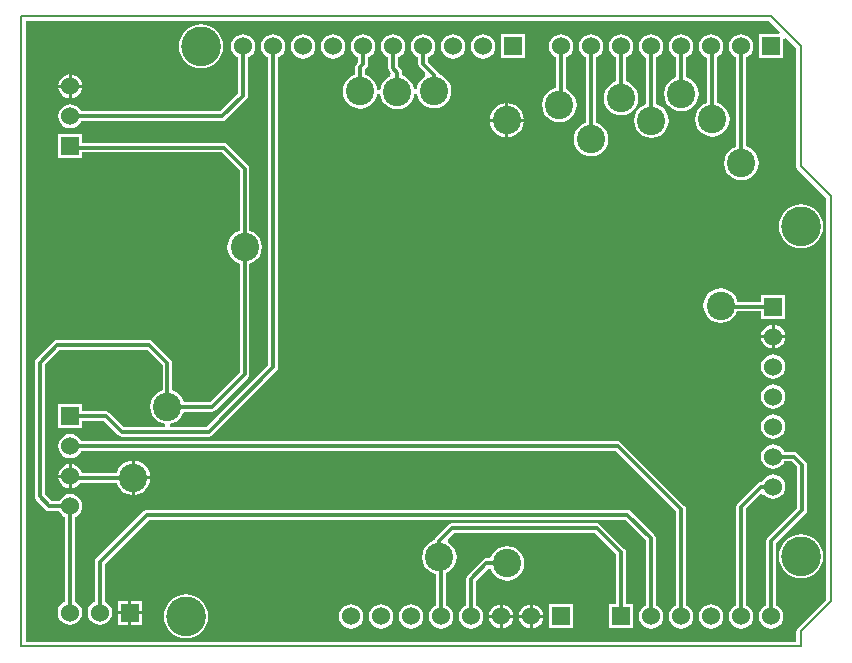
<source format=gbl>
G04 Layer_Physical_Order=2*
G04 Layer_Color=16711680*
%FSLAX24Y24*%
%MOIN*%
G70*
G01*
G75*
%ADD18C,0.0120*%
%ADD19C,0.0050*%
%ADD20C,0.0600*%
%ADD21R,0.0600X0.0600*%
%ADD22R,0.0600X0.0600*%
%ADD23C,0.1260*%
%ADD24C,0.0945*%
G36*
X25291Y20492D02*
X25253Y20400D01*
X24600D01*
Y19600D01*
X25400D01*
Y20253D01*
X25492Y20291D01*
X25847Y19937D01*
Y15990D01*
X25859Y15931D01*
X25892Y15882D01*
X26847Y14927D01*
Y1563D01*
X25892Y608D01*
X25859Y559D01*
X25847Y500D01*
Y153D01*
X153D01*
Y20847D01*
X24937D01*
X25291Y20492D01*
D02*
G37*
%LPC*%
G36*
X3580Y1530D02*
X3230D01*
Y1180D01*
X3580D01*
Y1530D01*
D02*
G37*
G36*
X4030D02*
X3680D01*
Y1180D01*
X4030D01*
Y1530D01*
D02*
G37*
G36*
X16200Y3347D02*
X16051Y3328D01*
X15911Y3270D01*
X15792Y3178D01*
X15700Y3059D01*
X15648Y2933D01*
X15510D01*
X15448Y2921D01*
X15395Y2885D01*
X14885Y2375D01*
X14849Y2322D01*
X14837Y2260D01*
Y1365D01*
X14798Y1349D01*
X14715Y1285D01*
X14651Y1202D01*
X14610Y1104D01*
X14597Y1000D01*
X14610Y896D01*
X14651Y798D01*
X14715Y715D01*
X14798Y651D01*
X14896Y610D01*
X15000Y597D01*
X15104Y610D01*
X15202Y651D01*
X15285Y715D01*
X15349Y798D01*
X15390Y896D01*
X15403Y1000D01*
X15390Y1104D01*
X15349Y1202D01*
X15285Y1285D01*
X15202Y1349D01*
X15163Y1365D01*
Y2192D01*
X15556Y2585D01*
X15663Y2571D01*
X15700Y2481D01*
X15792Y2362D01*
X15911Y2270D01*
X16051Y2212D01*
X16200Y2193D01*
X16349Y2212D01*
X16489Y2270D01*
X16608Y2362D01*
X16700Y2481D01*
X16758Y2621D01*
X16777Y2770D01*
X16758Y2919D01*
X16700Y3059D01*
X16608Y3178D01*
X16489Y3270D01*
X16349Y3328D01*
X16200Y3347D01*
D02*
G37*
G36*
X17050Y1397D02*
Y1050D01*
X17397D01*
X17390Y1104D01*
X17349Y1202D01*
X17285Y1285D01*
X17202Y1349D01*
X17104Y1390D01*
X17050Y1397D01*
D02*
G37*
G36*
X15950D02*
X15896Y1390D01*
X15798Y1349D01*
X15715Y1285D01*
X15651Y1202D01*
X15610Y1104D01*
X15603Y1050D01*
X15950D01*
Y1397D01*
D02*
G37*
G36*
X16950D02*
X16896Y1390D01*
X16798Y1349D01*
X16715Y1285D01*
X16651Y1202D01*
X16610Y1104D01*
X16603Y1050D01*
X16950D01*
Y1397D01*
D02*
G37*
G36*
X16050D02*
Y1050D01*
X16397D01*
X16390Y1104D01*
X16349Y1202D01*
X16285Y1285D01*
X16202Y1349D01*
X16104Y1390D01*
X16050Y1397D01*
D02*
G37*
G36*
X26000Y3733D02*
X25857Y3719D01*
X25719Y3678D01*
X25593Y3610D01*
X25481Y3519D01*
X25390Y3407D01*
X25322Y3281D01*
X25281Y3143D01*
X25267Y3000D01*
X25281Y2857D01*
X25322Y2719D01*
X25390Y2593D01*
X25481Y2481D01*
X25593Y2390D01*
X25719Y2322D01*
X25857Y2281D01*
X26000Y2267D01*
X26143Y2281D01*
X26281Y2322D01*
X26407Y2390D01*
X26519Y2481D01*
X26610Y2593D01*
X26678Y2719D01*
X26719Y2857D01*
X26733Y3000D01*
X26719Y3143D01*
X26678Y3281D01*
X26610Y3407D01*
X26519Y3519D01*
X26407Y3610D01*
X26281Y3678D01*
X26143Y3719D01*
X26000Y3733D01*
D02*
G37*
G36*
X1590Y6077D02*
X1536Y6070D01*
X1438Y6029D01*
X1355Y5965D01*
X1291Y5882D01*
X1250Y5784D01*
X1243Y5730D01*
X1590D01*
Y6077D01*
D02*
G37*
G36*
X3686Y6196D02*
X3586Y6183D01*
X3447Y6126D01*
X3327Y6034D01*
X3235Y5914D01*
X3183Y5789D01*
X2028D01*
X1989Y5882D01*
X1925Y5965D01*
X1842Y6029D01*
X1744Y6070D01*
X1690Y6077D01*
Y5680D01*
Y5283D01*
X1744Y5290D01*
X1842Y5331D01*
X1925Y5395D01*
X1977Y5462D01*
X3183D01*
X3235Y5337D01*
X3327Y5217D01*
X3447Y5125D01*
X3586Y5068D01*
X3686Y5055D01*
Y5626D01*
Y6196D01*
D02*
G37*
G36*
X25070Y7733D02*
X24966Y7720D01*
X24868Y7679D01*
X24785Y7615D01*
X24721Y7532D01*
X24680Y7434D01*
X24667Y7330D01*
X24680Y7226D01*
X24721Y7128D01*
X24785Y7045D01*
X24868Y6981D01*
X24966Y6940D01*
X25070Y6927D01*
X25174Y6940D01*
X25272Y6981D01*
X25355Y7045D01*
X25419Y7128D01*
X25460Y7226D01*
X25473Y7330D01*
X25460Y7434D01*
X25419Y7532D01*
X25355Y7615D01*
X25272Y7679D01*
X25174Y7720D01*
X25070Y7733D01*
D02*
G37*
G36*
X3786Y6196D02*
Y5676D01*
X4306D01*
X4293Y5775D01*
X4236Y5914D01*
X4144Y6034D01*
X4024Y6126D01*
X3885Y6183D01*
X3786Y6196D01*
D02*
G37*
G36*
X25070Y5733D02*
X24966Y5720D01*
X24868Y5679D01*
X24785Y5615D01*
X24721Y5532D01*
X24705Y5493D01*
X24670D01*
X24608Y5481D01*
X24555Y5445D01*
X23885Y4775D01*
X23849Y4722D01*
X23837Y4660D01*
Y1365D01*
X23798Y1349D01*
X23715Y1285D01*
X23651Y1202D01*
X23610Y1104D01*
X23597Y1000D01*
X23610Y896D01*
X23651Y798D01*
X23715Y715D01*
X23798Y651D01*
X23896Y610D01*
X24000Y597D01*
X24104Y610D01*
X24202Y651D01*
X24285Y715D01*
X24349Y798D01*
X24390Y896D01*
X24403Y1000D01*
X24390Y1104D01*
X24349Y1202D01*
X24285Y1285D01*
X24202Y1349D01*
X24163Y1365D01*
Y4592D01*
X24641Y5070D01*
X24773Y5060D01*
X24785Y5045D01*
X24868Y4981D01*
X24966Y4940D01*
X25070Y4927D01*
X25174Y4940D01*
X25272Y4981D01*
X25355Y5045D01*
X25419Y5128D01*
X25460Y5226D01*
X25473Y5330D01*
X25460Y5434D01*
X25419Y5532D01*
X25355Y5615D01*
X25272Y5679D01*
X25174Y5720D01*
X25070Y5733D01*
D02*
G37*
G36*
X4306Y5576D02*
X3786D01*
Y5055D01*
X3885Y5068D01*
X4024Y5125D01*
X4144Y5217D01*
X4236Y5337D01*
X4293Y5476D01*
X4306Y5576D01*
D02*
G37*
G36*
X1590Y5630D02*
X1243D01*
X1250Y5576D01*
X1291Y5478D01*
X1355Y5395D01*
X1438Y5331D01*
X1536Y5290D01*
X1590Y5283D01*
Y5630D01*
D02*
G37*
G36*
X4030Y1080D02*
X3680D01*
Y730D01*
X4030D01*
Y1080D01*
D02*
G37*
G36*
X20210Y4553D02*
X4200D01*
X4138Y4541D01*
X4085Y4505D01*
X2515Y2935D01*
X2479Y2882D01*
X2467Y2820D01*
Y1495D01*
X2428Y1479D01*
X2345Y1415D01*
X2281Y1332D01*
X2240Y1234D01*
X2227Y1130D01*
X2240Y1026D01*
X2281Y928D01*
X2345Y845D01*
X2428Y781D01*
X2526Y740D01*
X2630Y727D01*
X2734Y740D01*
X2832Y781D01*
X2915Y845D01*
X2979Y928D01*
X3020Y1026D01*
X3033Y1130D01*
X3020Y1234D01*
X2979Y1332D01*
X2915Y1415D01*
X2832Y1479D01*
X2793Y1495D01*
Y2752D01*
X4268Y4227D01*
X20142D01*
X20837Y3532D01*
Y1365D01*
X20798Y1349D01*
X20715Y1285D01*
X20651Y1202D01*
X20610Y1104D01*
X20597Y1000D01*
X20610Y896D01*
X20651Y798D01*
X20715Y715D01*
X20798Y651D01*
X20896Y610D01*
X21000Y597D01*
X21104Y610D01*
X21202Y651D01*
X21285Y715D01*
X21349Y798D01*
X21390Y896D01*
X21403Y1000D01*
X21390Y1104D01*
X21349Y1202D01*
X21285Y1285D01*
X21202Y1349D01*
X21163Y1365D01*
Y3600D01*
X21151Y3662D01*
X21115Y3715D01*
X20325Y4505D01*
X20272Y4541D01*
X20210Y4553D01*
D02*
G37*
G36*
X1640Y7083D02*
X1536Y7070D01*
X1438Y7029D01*
X1355Y6965D01*
X1291Y6882D01*
X1250Y6784D01*
X1237Y6680D01*
X1250Y6576D01*
X1291Y6478D01*
X1355Y6395D01*
X1438Y6331D01*
X1536Y6290D01*
X1640Y6277D01*
X1744Y6290D01*
X1842Y6331D01*
X1925Y6395D01*
X1989Y6478D01*
X2005Y6517D01*
X19832D01*
X21837Y4512D01*
Y1365D01*
X21798Y1349D01*
X21715Y1285D01*
X21651Y1202D01*
X21610Y1104D01*
X21597Y1000D01*
X21610Y896D01*
X21651Y798D01*
X21715Y715D01*
X21798Y651D01*
X21896Y610D01*
X22000Y597D01*
X22104Y610D01*
X22202Y651D01*
X22285Y715D01*
X22349Y798D01*
X22390Y896D01*
X22403Y1000D01*
X22390Y1104D01*
X22349Y1202D01*
X22285Y1285D01*
X22202Y1349D01*
X22163Y1365D01*
Y4580D01*
X22151Y4642D01*
X22115Y4695D01*
X20015Y6795D01*
X19962Y6831D01*
X19900Y6843D01*
X2005D01*
X1989Y6882D01*
X1925Y6965D01*
X1842Y7029D01*
X1744Y7070D01*
X1640Y7083D01*
D02*
G37*
G36*
X23000Y1403D02*
X22896Y1390D01*
X22798Y1349D01*
X22715Y1285D01*
X22651Y1202D01*
X22610Y1104D01*
X22597Y1000D01*
X22610Y896D01*
X22651Y798D01*
X22715Y715D01*
X22798Y651D01*
X22896Y610D01*
X23000Y597D01*
X23104Y610D01*
X23202Y651D01*
X23285Y715D01*
X23349Y798D01*
X23390Y896D01*
X23403Y1000D01*
X23390Y1104D01*
X23349Y1202D01*
X23285Y1285D01*
X23202Y1349D01*
X23104Y1390D01*
X23000Y1403D01*
D02*
G37*
G36*
X13000D02*
X12896Y1390D01*
X12798Y1349D01*
X12715Y1285D01*
X12651Y1202D01*
X12610Y1104D01*
X12597Y1000D01*
X12610Y896D01*
X12651Y798D01*
X12715Y715D01*
X12798Y651D01*
X12896Y610D01*
X13000Y597D01*
X13104Y610D01*
X13202Y651D01*
X13285Y715D01*
X13349Y798D01*
X13390Y896D01*
X13403Y1000D01*
X13390Y1104D01*
X13349Y1202D01*
X13285Y1285D01*
X13202Y1349D01*
X13104Y1390D01*
X13000Y1403D01*
D02*
G37*
G36*
X5500Y1733D02*
X5357Y1719D01*
X5219Y1678D01*
X5093Y1610D01*
X4981Y1519D01*
X4890Y1407D01*
X4822Y1281D01*
X4781Y1143D01*
X4767Y1000D01*
X4781Y857D01*
X4822Y719D01*
X4890Y593D01*
X4981Y481D01*
X5093Y390D01*
X5219Y322D01*
X5357Y281D01*
X5500Y267D01*
X5643Y281D01*
X5781Y322D01*
X5907Y390D01*
X6019Y481D01*
X6110Y593D01*
X6178Y719D01*
X6219Y857D01*
X6233Y1000D01*
X6219Y1143D01*
X6178Y1281D01*
X6110Y1407D01*
X6019Y1519D01*
X5907Y1610D01*
X5781Y1678D01*
X5643Y1719D01*
X5500Y1733D01*
D02*
G37*
G36*
X11000Y1403D02*
X10896Y1390D01*
X10798Y1349D01*
X10715Y1285D01*
X10651Y1202D01*
X10610Y1104D01*
X10597Y1000D01*
X10610Y896D01*
X10651Y798D01*
X10715Y715D01*
X10798Y651D01*
X10896Y610D01*
X11000Y597D01*
X11104Y610D01*
X11202Y651D01*
X11285Y715D01*
X11349Y798D01*
X11390Y896D01*
X11403Y1000D01*
X11390Y1104D01*
X11349Y1202D01*
X11285Y1285D01*
X11202Y1349D01*
X11104Y1390D01*
X11000Y1403D01*
D02*
G37*
G36*
X12000D02*
X11896Y1390D01*
X11798Y1349D01*
X11715Y1285D01*
X11651Y1202D01*
X11610Y1104D01*
X11597Y1000D01*
X11610Y896D01*
X11651Y798D01*
X11715Y715D01*
X11798Y651D01*
X11896Y610D01*
X12000Y597D01*
X12104Y610D01*
X12202Y651D01*
X12285Y715D01*
X12349Y798D01*
X12390Y896D01*
X12403Y1000D01*
X12390Y1104D01*
X12349Y1202D01*
X12285Y1285D01*
X12202Y1349D01*
X12104Y1390D01*
X12000Y1403D01*
D02*
G37*
G36*
X25070Y6733D02*
X24966Y6720D01*
X24868Y6679D01*
X24785Y6615D01*
X24721Y6532D01*
X24680Y6434D01*
X24667Y6330D01*
X24680Y6226D01*
X24721Y6128D01*
X24785Y6045D01*
X24868Y5981D01*
X24966Y5940D01*
X25070Y5927D01*
X25174Y5940D01*
X25272Y5981D01*
X25355Y6045D01*
X25419Y6128D01*
X25435Y6167D01*
X25682D01*
X25877Y5972D01*
Y4628D01*
X24885Y3635D01*
X24849Y3582D01*
X24837Y3520D01*
Y1365D01*
X24798Y1349D01*
X24715Y1285D01*
X24651Y1202D01*
X24610Y1104D01*
X24597Y1000D01*
X24610Y896D01*
X24651Y798D01*
X24715Y715D01*
X24798Y651D01*
X24896Y610D01*
X25000Y597D01*
X25104Y610D01*
X25202Y651D01*
X25285Y715D01*
X25349Y798D01*
X25390Y896D01*
X25403Y1000D01*
X25390Y1104D01*
X25349Y1202D01*
X25285Y1285D01*
X25202Y1349D01*
X25163Y1365D01*
Y3452D01*
X26155Y4445D01*
X26191Y4498D01*
X26203Y4560D01*
Y6040D01*
X26191Y6102D01*
X26155Y6155D01*
X25865Y6445D01*
X25812Y6481D01*
X25750Y6493D01*
X25435D01*
X25419Y6532D01*
X25355Y6615D01*
X25272Y6679D01*
X25174Y6720D01*
X25070Y6733D01*
D02*
G37*
G36*
X16397Y950D02*
X16050D01*
Y603D01*
X16104Y610D01*
X16202Y651D01*
X16285Y715D01*
X16349Y798D01*
X16390Y896D01*
X16397Y950D01*
D02*
G37*
G36*
X17397D02*
X17050D01*
Y603D01*
X17104Y610D01*
X17202Y651D01*
X17285Y715D01*
X17349Y798D01*
X17390Y896D01*
X17397Y950D01*
D02*
G37*
G36*
X3580Y1080D02*
X3230D01*
Y730D01*
X3580D01*
Y1080D01*
D02*
G37*
G36*
X16950Y950D02*
X16603D01*
X16610Y896D01*
X16651Y798D01*
X16715Y715D01*
X16798Y651D01*
X16896Y610D01*
X16950Y603D01*
Y950D01*
D02*
G37*
G36*
X18400Y1400D02*
X17600D01*
Y600D01*
X18400D01*
Y1400D01*
D02*
G37*
G36*
X14350Y4103D02*
X14288Y4091D01*
X14235Y4055D01*
X13825Y3645D01*
X13789Y3592D01*
X13777Y3532D01*
X13651Y3480D01*
X13532Y3388D01*
X13440Y3269D01*
X13382Y3129D01*
X13363Y2980D01*
X13382Y2831D01*
X13440Y2691D01*
X13532Y2572D01*
X13651Y2480D01*
X13791Y2422D01*
X13837Y2416D01*
Y1365D01*
X13798Y1349D01*
X13715Y1285D01*
X13651Y1202D01*
X13610Y1104D01*
X13597Y1000D01*
X13610Y896D01*
X13651Y798D01*
X13715Y715D01*
X13798Y651D01*
X13896Y610D01*
X14000Y597D01*
X14104Y610D01*
X14202Y651D01*
X14285Y715D01*
X14349Y798D01*
X14390Y896D01*
X14403Y1000D01*
X14390Y1104D01*
X14349Y1202D01*
X14285Y1285D01*
X14202Y1349D01*
X14163Y1365D01*
Y2453D01*
X14229Y2480D01*
X14348Y2572D01*
X14440Y2691D01*
X14498Y2831D01*
X14517Y2980D01*
X14498Y3129D01*
X14440Y3269D01*
X14348Y3388D01*
X14248Y3465D01*
X14219Y3578D01*
X14418Y3777D01*
X19132D01*
X19837Y3072D01*
Y1400D01*
X19600D01*
Y600D01*
X20400D01*
Y1400D01*
X20163D01*
Y3140D01*
X20151Y3202D01*
X20115Y3255D01*
X19315Y4055D01*
X19262Y4091D01*
X19200Y4103D01*
X14350D01*
X14350Y4103D01*
D02*
G37*
G36*
X15950Y950D02*
X15603D01*
X15610Y896D01*
X15651Y798D01*
X15715Y715D01*
X15798Y651D01*
X15896Y610D01*
X15950Y603D01*
Y950D01*
D02*
G37*
G36*
X1590Y18620D02*
X1243D01*
X1250Y18566D01*
X1291Y18468D01*
X1355Y18385D01*
X1438Y18321D01*
X1536Y18280D01*
X1590Y18273D01*
Y18620D01*
D02*
G37*
G36*
X22000Y20403D02*
X21896Y20390D01*
X21798Y20349D01*
X21715Y20285D01*
X21651Y20202D01*
X21610Y20104D01*
X21597Y20000D01*
X21610Y19896D01*
X21651Y19798D01*
X21715Y19715D01*
X21798Y19651D01*
X21837Y19635D01*
Y18968D01*
X21721Y18920D01*
X21602Y18828D01*
X21510Y18709D01*
X21452Y18569D01*
X21433Y18420D01*
X21452Y18271D01*
X21510Y18131D01*
X21602Y18012D01*
X21721Y17920D01*
X21861Y17862D01*
X22010Y17843D01*
X22159Y17862D01*
X22299Y17920D01*
X22418Y18012D01*
X22510Y18131D01*
X22568Y18271D01*
X22587Y18420D01*
X22568Y18569D01*
X22510Y18709D01*
X22418Y18828D01*
X22299Y18920D01*
X22163Y18976D01*
Y19635D01*
X22202Y19651D01*
X22285Y19715D01*
X22349Y19798D01*
X22390Y19896D01*
X22403Y20000D01*
X22390Y20104D01*
X22349Y20202D01*
X22285Y20285D01*
X22202Y20349D01*
X22104Y20390D01*
X22000Y20403D01*
D02*
G37*
G36*
X13400D02*
X13296Y20390D01*
X13198Y20349D01*
X13115Y20285D01*
X13051Y20202D01*
X13010Y20104D01*
X12997Y20000D01*
X13010Y19896D01*
X13051Y19798D01*
X13115Y19715D01*
X13198Y19651D01*
X13237Y19635D01*
Y19420D01*
X13249Y19358D01*
X13285Y19305D01*
X13475Y19114D01*
X13451Y18997D01*
X13362Y18928D01*
X13270Y18809D01*
X13212Y18669D01*
X13203Y18597D01*
X13102D01*
X13098Y18629D01*
X13040Y18769D01*
X12948Y18888D01*
X12829Y18980D01*
X12703Y19032D01*
Y19130D01*
X12691Y19192D01*
X12655Y19245D01*
X12563Y19338D01*
Y19635D01*
X12602Y19651D01*
X12685Y19715D01*
X12749Y19798D01*
X12790Y19896D01*
X12803Y20000D01*
X12790Y20104D01*
X12749Y20202D01*
X12685Y20285D01*
X12602Y20349D01*
X12504Y20390D01*
X12400Y20403D01*
X12296Y20390D01*
X12198Y20349D01*
X12115Y20285D01*
X12051Y20202D01*
X12010Y20104D01*
X11997Y20000D01*
X12010Y19896D01*
X12051Y19798D01*
X12115Y19715D01*
X12198Y19651D01*
X12237Y19635D01*
Y19270D01*
X12249Y19208D01*
X12285Y19155D01*
X12322Y19117D01*
X12298Y19000D01*
X12251Y18980D01*
X12132Y18888D01*
X12040Y18769D01*
X11982Y18629D01*
X11972Y18549D01*
X11871D01*
X11858Y18649D01*
X11800Y18789D01*
X11708Y18908D01*
X11589Y19000D01*
X11463Y19052D01*
Y19242D01*
X11515Y19295D01*
X11551Y19348D01*
X11563Y19410D01*
Y19635D01*
X11602Y19651D01*
X11685Y19715D01*
X11749Y19798D01*
X11790Y19896D01*
X11803Y20000D01*
X11790Y20104D01*
X11749Y20202D01*
X11685Y20285D01*
X11602Y20349D01*
X11504Y20390D01*
X11400Y20403D01*
X11296Y20390D01*
X11198Y20349D01*
X11115Y20285D01*
X11051Y20202D01*
X11010Y20104D01*
X10997Y20000D01*
X11010Y19896D01*
X11051Y19798D01*
X11115Y19715D01*
X11198Y19651D01*
X11237Y19635D01*
Y19478D01*
X11185Y19425D01*
X11149Y19372D01*
X11137Y19310D01*
Y19052D01*
X11011Y19000D01*
X10892Y18908D01*
X10800Y18789D01*
X10742Y18649D01*
X10723Y18500D01*
X10742Y18351D01*
X10800Y18211D01*
X10892Y18092D01*
X11011Y18000D01*
X11151Y17942D01*
X11300Y17923D01*
X11449Y17942D01*
X11589Y18000D01*
X11708Y18092D01*
X11800Y18211D01*
X11858Y18351D01*
X11868Y18431D01*
X11969D01*
X11982Y18331D01*
X12040Y18191D01*
X12132Y18072D01*
X12251Y17980D01*
X12391Y17922D01*
X12540Y17903D01*
X12689Y17922D01*
X12829Y17980D01*
X12948Y18072D01*
X13040Y18191D01*
X13098Y18331D01*
X13107Y18403D01*
X13208D01*
X13212Y18371D01*
X13270Y18231D01*
X13362Y18112D01*
X13481Y18020D01*
X13621Y17962D01*
X13770Y17943D01*
X13919Y17962D01*
X14059Y18020D01*
X14178Y18112D01*
X14270Y18231D01*
X14328Y18371D01*
X14347Y18520D01*
X14328Y18669D01*
X14270Y18809D01*
X14178Y18928D01*
X14059Y19020D01*
X13928Y19074D01*
X13921Y19112D01*
X13885Y19165D01*
X13563Y19488D01*
Y19635D01*
X13602Y19651D01*
X13685Y19715D01*
X13749Y19798D01*
X13790Y19896D01*
X13803Y20000D01*
X13790Y20104D01*
X13749Y20202D01*
X13685Y20285D01*
X13602Y20349D01*
X13504Y20390D01*
X13400Y20403D01*
D02*
G37*
G36*
X2037Y18620D02*
X1690D01*
Y18273D01*
X1744Y18280D01*
X1842Y18321D01*
X1925Y18385D01*
X1989Y18468D01*
X2030Y18566D01*
X2037Y18620D01*
D02*
G37*
G36*
X16240Y18111D02*
Y17590D01*
X16761D01*
X16748Y17689D01*
X16690Y17829D01*
X16598Y17948D01*
X16479Y18040D01*
X16339Y18098D01*
X16240Y18111D01*
D02*
G37*
G36*
X16140D02*
X16041Y18098D01*
X15901Y18040D01*
X15782Y17948D01*
X15690Y17829D01*
X15632Y17689D01*
X15619Y17590D01*
X16140D01*
Y18111D01*
D02*
G37*
G36*
X7400Y20403D02*
X7296Y20390D01*
X7198Y20349D01*
X7115Y20285D01*
X7051Y20202D01*
X7010Y20104D01*
X6997Y20000D01*
X7010Y19896D01*
X7051Y19798D01*
X7115Y19715D01*
X7198Y19651D01*
X7237Y19635D01*
Y18428D01*
X6642Y17833D01*
X2005D01*
X1989Y17872D01*
X1925Y17955D01*
X1842Y18019D01*
X1744Y18060D01*
X1640Y18073D01*
X1536Y18060D01*
X1438Y18019D01*
X1355Y17955D01*
X1291Y17872D01*
X1250Y17774D01*
X1237Y17670D01*
X1250Y17566D01*
X1291Y17468D01*
X1355Y17385D01*
X1438Y17321D01*
X1536Y17280D01*
X1640Y17267D01*
X1744Y17280D01*
X1842Y17321D01*
X1925Y17385D01*
X1989Y17468D01*
X2005Y17507D01*
X6710D01*
X6772Y17519D01*
X6825Y17555D01*
X7515Y18245D01*
X7551Y18298D01*
X7563Y18360D01*
Y19635D01*
X7602Y19651D01*
X7685Y19715D01*
X7749Y19798D01*
X7790Y19896D01*
X7803Y20000D01*
X7790Y20104D01*
X7749Y20202D01*
X7685Y20285D01*
X7602Y20349D01*
X7504Y20390D01*
X7400Y20403D01*
D02*
G37*
G36*
X20000D02*
X19896Y20390D01*
X19798Y20349D01*
X19715Y20285D01*
X19651Y20202D01*
X19610Y20104D01*
X19597Y20000D01*
X19610Y19896D01*
X19651Y19798D01*
X19715Y19715D01*
X19798Y19651D01*
X19837Y19635D01*
Y18832D01*
X19711Y18780D01*
X19592Y18688D01*
X19500Y18569D01*
X19442Y18429D01*
X19423Y18280D01*
X19442Y18131D01*
X19500Y17991D01*
X19592Y17872D01*
X19711Y17780D01*
X19851Y17722D01*
X20000Y17703D01*
X20149Y17722D01*
X20289Y17780D01*
X20408Y17872D01*
X20500Y17991D01*
X20558Y18131D01*
X20577Y18280D01*
X20558Y18429D01*
X20500Y18569D01*
X20408Y18688D01*
X20289Y18780D01*
X20163Y18832D01*
Y19635D01*
X20202Y19651D01*
X20285Y19715D01*
X20349Y19798D01*
X20390Y19896D01*
X20403Y20000D01*
X20390Y20104D01*
X20349Y20202D01*
X20285Y20285D01*
X20202Y20349D01*
X20104Y20390D01*
X20000Y20403D01*
D02*
G37*
G36*
X14400D02*
X14296Y20390D01*
X14198Y20349D01*
X14115Y20285D01*
X14051Y20202D01*
X14010Y20104D01*
X13997Y20000D01*
X14010Y19896D01*
X14051Y19798D01*
X14115Y19715D01*
X14198Y19651D01*
X14296Y19610D01*
X14400Y19597D01*
X14504Y19610D01*
X14602Y19651D01*
X14685Y19715D01*
X14749Y19798D01*
X14790Y19896D01*
X14803Y20000D01*
X14790Y20104D01*
X14749Y20202D01*
X14685Y20285D01*
X14602Y20349D01*
X14504Y20390D01*
X14400Y20403D01*
D02*
G37*
G36*
X10400D02*
X10296Y20390D01*
X10198Y20349D01*
X10115Y20285D01*
X10051Y20202D01*
X10010Y20104D01*
X9997Y20000D01*
X10010Y19896D01*
X10051Y19798D01*
X10115Y19715D01*
X10198Y19651D01*
X10296Y19610D01*
X10400Y19597D01*
X10504Y19610D01*
X10602Y19651D01*
X10685Y19715D01*
X10749Y19798D01*
X10790Y19896D01*
X10803Y20000D01*
X10790Y20104D01*
X10749Y20202D01*
X10685Y20285D01*
X10602Y20349D01*
X10504Y20390D01*
X10400Y20403D01*
D02*
G37*
G36*
X16800Y20400D02*
X16000D01*
Y19600D01*
X16800D01*
Y20400D01*
D02*
G37*
G36*
X15400Y20403D02*
X15296Y20390D01*
X15198Y20349D01*
X15115Y20285D01*
X15051Y20202D01*
X15010Y20104D01*
X14997Y20000D01*
X15010Y19896D01*
X15051Y19798D01*
X15115Y19715D01*
X15198Y19651D01*
X15296Y19610D01*
X15400Y19597D01*
X15504Y19610D01*
X15602Y19651D01*
X15685Y19715D01*
X15749Y19798D01*
X15790Y19896D01*
X15803Y20000D01*
X15790Y20104D01*
X15749Y20202D01*
X15685Y20285D01*
X15602Y20349D01*
X15504Y20390D01*
X15400Y20403D01*
D02*
G37*
G36*
X1690Y19067D02*
Y18720D01*
X2037D01*
X2030Y18774D01*
X1989Y18872D01*
X1925Y18955D01*
X1842Y19019D01*
X1744Y19060D01*
X1690Y19067D01*
D02*
G37*
G36*
X1590D02*
X1536Y19060D01*
X1438Y19019D01*
X1355Y18955D01*
X1291Y18872D01*
X1250Y18774D01*
X1243Y18720D01*
X1590D01*
Y19067D01*
D02*
G37*
G36*
X9400Y20403D02*
X9296Y20390D01*
X9198Y20349D01*
X9115Y20285D01*
X9051Y20202D01*
X9010Y20104D01*
X8997Y20000D01*
X9010Y19896D01*
X9051Y19798D01*
X9115Y19715D01*
X9198Y19651D01*
X9296Y19610D01*
X9400Y19597D01*
X9504Y19610D01*
X9602Y19651D01*
X9685Y19715D01*
X9749Y19798D01*
X9790Y19896D01*
X9803Y20000D01*
X9790Y20104D01*
X9749Y20202D01*
X9685Y20285D01*
X9602Y20349D01*
X9504Y20390D01*
X9400Y20403D01*
D02*
G37*
G36*
X6000Y20733D02*
X5857Y20719D01*
X5719Y20678D01*
X5593Y20610D01*
X5481Y20519D01*
X5390Y20407D01*
X5322Y20281D01*
X5281Y20143D01*
X5267Y20000D01*
X5281Y19857D01*
X5322Y19719D01*
X5390Y19593D01*
X5481Y19481D01*
X5593Y19390D01*
X5719Y19322D01*
X5857Y19281D01*
X6000Y19267D01*
X6143Y19281D01*
X6281Y19322D01*
X6407Y19390D01*
X6519Y19481D01*
X6610Y19593D01*
X6678Y19719D01*
X6719Y19857D01*
X6733Y20000D01*
X6719Y20143D01*
X6678Y20281D01*
X6610Y20407D01*
X6519Y20519D01*
X6407Y20610D01*
X6281Y20678D01*
X6143Y20719D01*
X6000Y20733D01*
D02*
G37*
G36*
X25020Y10727D02*
X24966Y10720D01*
X24868Y10679D01*
X24785Y10615D01*
X24721Y10532D01*
X24680Y10434D01*
X24673Y10380D01*
X25020D01*
Y10727D01*
D02*
G37*
G36*
X25467Y10280D02*
X25120D01*
Y9933D01*
X25174Y9940D01*
X25272Y9981D01*
X25355Y10045D01*
X25419Y10128D01*
X25460Y10226D01*
X25467Y10280D01*
D02*
G37*
G36*
X23320Y11937D02*
X23171Y11918D01*
X23031Y11860D01*
X22912Y11768D01*
X22820Y11649D01*
X22762Y11509D01*
X22743Y11360D01*
X22762Y11211D01*
X22820Y11071D01*
X22912Y10952D01*
X23031Y10860D01*
X23171Y10802D01*
X23320Y10783D01*
X23469Y10802D01*
X23609Y10860D01*
X23728Y10952D01*
X23820Y11071D01*
X23860Y11167D01*
X24670D01*
Y10930D01*
X25470D01*
Y11730D01*
X24670D01*
Y11493D01*
X23880D01*
X23878Y11509D01*
X23820Y11649D01*
X23728Y11768D01*
X23609Y11860D01*
X23469Y11918D01*
X23320Y11937D01*
D02*
G37*
G36*
X25120Y10727D02*
Y10380D01*
X25467D01*
X25460Y10434D01*
X25419Y10532D01*
X25355Y10615D01*
X25272Y10679D01*
X25174Y10720D01*
X25120Y10727D01*
D02*
G37*
G36*
X25070Y8733D02*
X24966Y8720D01*
X24868Y8679D01*
X24785Y8615D01*
X24721Y8532D01*
X24680Y8434D01*
X24667Y8330D01*
X24680Y8226D01*
X24721Y8128D01*
X24785Y8045D01*
X24868Y7981D01*
X24966Y7940D01*
X25070Y7927D01*
X25174Y7940D01*
X25272Y7981D01*
X25355Y8045D01*
X25419Y8128D01*
X25460Y8226D01*
X25473Y8330D01*
X25460Y8434D01*
X25419Y8532D01*
X25355Y8615D01*
X25272Y8679D01*
X25174Y8720D01*
X25070Y8733D01*
D02*
G37*
G36*
X8400Y20403D02*
X8296Y20390D01*
X8198Y20349D01*
X8115Y20285D01*
X8051Y20202D01*
X8010Y20104D01*
X7997Y20000D01*
X8010Y19896D01*
X8051Y19798D01*
X8115Y19715D01*
X8198Y19651D01*
X8237Y19635D01*
Y9368D01*
X6192Y7323D01*
X4966D01*
X4960Y7423D01*
X5029Y7432D01*
X5169Y7490D01*
X5288Y7582D01*
X5380Y7701D01*
X5432Y7827D01*
X6370D01*
X6432Y7839D01*
X6485Y7875D01*
X7565Y8955D01*
X7601Y9008D01*
X7613Y9070D01*
Y12758D01*
X7739Y12810D01*
X7858Y12902D01*
X7950Y13021D01*
X8008Y13161D01*
X8027Y13310D01*
X8008Y13459D01*
X7950Y13599D01*
X7858Y13718D01*
X7739Y13810D01*
X7613Y13862D01*
Y15930D01*
X7601Y15992D01*
X7565Y16045D01*
X6865Y16745D01*
X6812Y16781D01*
X6750Y16793D01*
X2040D01*
Y17070D01*
X1240D01*
Y16270D01*
X2040D01*
Y16467D01*
X6682D01*
X7287Y15862D01*
Y13862D01*
X7161Y13810D01*
X7042Y13718D01*
X6950Y13599D01*
X6892Y13459D01*
X6873Y13310D01*
X6892Y13161D01*
X6950Y13021D01*
X7042Y12902D01*
X7161Y12810D01*
X7287Y12758D01*
Y9138D01*
X6302Y8153D01*
X5432D01*
X5380Y8279D01*
X5288Y8398D01*
X5169Y8490D01*
X5043Y8542D01*
Y9440D01*
X5031Y9502D01*
X4995Y9555D01*
X4385Y10165D01*
X4332Y10201D01*
X4270Y10213D01*
X1210D01*
X1148Y10201D01*
X1095Y10165D01*
X505Y9575D01*
X469Y9522D01*
X457Y9460D01*
Y5000D01*
X469Y4938D01*
X505Y4885D01*
X825Y4565D01*
X878Y4529D01*
X940Y4517D01*
X1275D01*
X1291Y4478D01*
X1355Y4395D01*
X1438Y4331D01*
X1477Y4315D01*
Y1500D01*
X1428Y1479D01*
X1345Y1415D01*
X1281Y1332D01*
X1240Y1234D01*
X1227Y1130D01*
X1240Y1026D01*
X1281Y928D01*
X1345Y845D01*
X1428Y781D01*
X1526Y740D01*
X1630Y727D01*
X1734Y740D01*
X1832Y781D01*
X1915Y845D01*
X1979Y928D01*
X2020Y1026D01*
X2033Y1130D01*
X2020Y1234D01*
X1979Y1332D01*
X1915Y1415D01*
X1832Y1479D01*
X1803Y1491D01*
Y4315D01*
X1842Y4331D01*
X1925Y4395D01*
X1989Y4478D01*
X2030Y4576D01*
X2043Y4680D01*
X2030Y4784D01*
X1989Y4882D01*
X1925Y4965D01*
X1842Y5029D01*
X1744Y5070D01*
X1640Y5083D01*
X1536Y5070D01*
X1438Y5029D01*
X1355Y4965D01*
X1291Y4882D01*
X1275Y4843D01*
X1008D01*
X783Y5068D01*
Y9392D01*
X1278Y9887D01*
X4202D01*
X4717Y9372D01*
Y8542D01*
X4591Y8490D01*
X4472Y8398D01*
X4380Y8279D01*
X4322Y8139D01*
X4303Y7990D01*
X4322Y7841D01*
X4380Y7701D01*
X4472Y7582D01*
X4591Y7490D01*
X4731Y7432D01*
X4800Y7423D01*
X4794Y7323D01*
X3418D01*
X2945Y7795D01*
X2892Y7831D01*
X2830Y7843D01*
X2040D01*
Y8080D01*
X1240D01*
Y7280D01*
X2040D01*
Y7517D01*
X2762D01*
X3235Y7045D01*
X3288Y7009D01*
X3350Y6997D01*
X6260D01*
X6322Y7009D01*
X6375Y7045D01*
X8515Y9185D01*
X8551Y9238D01*
X8563Y9300D01*
Y19635D01*
X8602Y19651D01*
X8685Y19715D01*
X8749Y19798D01*
X8790Y19896D01*
X8803Y20000D01*
X8790Y20104D01*
X8749Y20202D01*
X8685Y20285D01*
X8602Y20349D01*
X8504Y20390D01*
X8400Y20403D01*
D02*
G37*
G36*
X25020Y10280D02*
X24673D01*
X24680Y10226D01*
X24721Y10128D01*
X24785Y10045D01*
X24868Y9981D01*
X24966Y9940D01*
X25020Y9933D01*
Y10280D01*
D02*
G37*
G36*
X25070Y9733D02*
X24966Y9720D01*
X24868Y9679D01*
X24785Y9615D01*
X24721Y9532D01*
X24680Y9434D01*
X24667Y9330D01*
X24680Y9226D01*
X24721Y9128D01*
X24785Y9045D01*
X24868Y8981D01*
X24966Y8940D01*
X25070Y8927D01*
X25174Y8940D01*
X25272Y8981D01*
X25355Y9045D01*
X25419Y9128D01*
X25460Y9226D01*
X25473Y9330D01*
X25460Y9434D01*
X25419Y9532D01*
X25355Y9615D01*
X25272Y9679D01*
X25174Y9720D01*
X25070Y9733D01*
D02*
G37*
G36*
X16761Y17490D02*
X16240D01*
Y16969D01*
X16339Y16982D01*
X16479Y17040D01*
X16598Y17132D01*
X16690Y17251D01*
X16748Y17391D01*
X16761Y17490D01*
D02*
G37*
G36*
X16140D02*
X15619D01*
X15632Y17391D01*
X15690Y17251D01*
X15782Y17132D01*
X15901Y17040D01*
X16041Y16982D01*
X16140Y16969D01*
Y17490D01*
D02*
G37*
G36*
X18000Y20403D02*
X17896Y20390D01*
X17798Y20349D01*
X17715Y20285D01*
X17651Y20202D01*
X17610Y20104D01*
X17597Y20000D01*
X17610Y19896D01*
X17651Y19798D01*
X17715Y19715D01*
X17798Y19651D01*
X17837Y19635D01*
Y18614D01*
X17791Y18608D01*
X17651Y18550D01*
X17532Y18458D01*
X17440Y18339D01*
X17382Y18199D01*
X17363Y18050D01*
X17382Y17901D01*
X17440Y17761D01*
X17532Y17642D01*
X17651Y17550D01*
X17791Y17492D01*
X17940Y17473D01*
X18089Y17492D01*
X18229Y17550D01*
X18348Y17642D01*
X18440Y17761D01*
X18498Y17901D01*
X18517Y18050D01*
X18498Y18199D01*
X18440Y18339D01*
X18348Y18458D01*
X18229Y18550D01*
X18163Y18577D01*
Y19635D01*
X18202Y19651D01*
X18285Y19715D01*
X18349Y19798D01*
X18390Y19896D01*
X18403Y20000D01*
X18390Y20104D01*
X18349Y20202D01*
X18285Y20285D01*
X18202Y20349D01*
X18104Y20390D01*
X18000Y20403D01*
D02*
G37*
G36*
X23000D02*
X22896Y20390D01*
X22798Y20349D01*
X22715Y20285D01*
X22651Y20202D01*
X22610Y20104D01*
X22597Y20000D01*
X22610Y19896D01*
X22651Y19798D01*
X22715Y19715D01*
X22798Y19651D01*
X22877Y19618D01*
Y18122D01*
X22751Y18070D01*
X22632Y17978D01*
X22540Y17859D01*
X22482Y17719D01*
X22463Y17570D01*
X22482Y17421D01*
X22540Y17281D01*
X22632Y17162D01*
X22751Y17070D01*
X22891Y17012D01*
X23040Y16993D01*
X23189Y17012D01*
X23329Y17070D01*
X23448Y17162D01*
X23540Y17281D01*
X23598Y17421D01*
X23617Y17570D01*
X23598Y17719D01*
X23540Y17859D01*
X23448Y17978D01*
X23329Y18070D01*
X23203Y18122D01*
Y19652D01*
X23285Y19715D01*
X23349Y19798D01*
X23390Y19896D01*
X23403Y20000D01*
X23390Y20104D01*
X23349Y20202D01*
X23285Y20285D01*
X23202Y20349D01*
X23104Y20390D01*
X23000Y20403D01*
D02*
G37*
G36*
X24000D02*
X23896Y20390D01*
X23798Y20349D01*
X23715Y20285D01*
X23651Y20202D01*
X23610Y20104D01*
X23597Y20000D01*
X23610Y19896D01*
X23651Y19798D01*
X23715Y19715D01*
X23798Y19651D01*
X23837Y19635D01*
Y16658D01*
X23721Y16610D01*
X23602Y16518D01*
X23510Y16399D01*
X23452Y16259D01*
X23433Y16110D01*
X23452Y15961D01*
X23510Y15821D01*
X23602Y15702D01*
X23721Y15610D01*
X23861Y15552D01*
X24010Y15533D01*
X24159Y15552D01*
X24299Y15610D01*
X24418Y15702D01*
X24510Y15821D01*
X24568Y15961D01*
X24587Y16110D01*
X24568Y16259D01*
X24510Y16399D01*
X24418Y16518D01*
X24299Y16610D01*
X24163Y16666D01*
Y19635D01*
X24202Y19651D01*
X24285Y19715D01*
X24349Y19798D01*
X24390Y19896D01*
X24403Y20000D01*
X24390Y20104D01*
X24349Y20202D01*
X24285Y20285D01*
X24202Y20349D01*
X24104Y20390D01*
X24000Y20403D01*
D02*
G37*
G36*
X26000Y14733D02*
X25857Y14719D01*
X25719Y14678D01*
X25593Y14610D01*
X25481Y14519D01*
X25390Y14407D01*
X25322Y14281D01*
X25281Y14143D01*
X25267Y14000D01*
X25281Y13857D01*
X25322Y13719D01*
X25390Y13593D01*
X25481Y13481D01*
X25593Y13390D01*
X25719Y13322D01*
X25857Y13281D01*
X26000Y13267D01*
X26143Y13281D01*
X26281Y13322D01*
X26407Y13390D01*
X26519Y13481D01*
X26610Y13593D01*
X26678Y13719D01*
X26719Y13857D01*
X26733Y14000D01*
X26719Y14143D01*
X26678Y14281D01*
X26610Y14407D01*
X26519Y14519D01*
X26407Y14610D01*
X26281Y14678D01*
X26143Y14719D01*
X26000Y14733D01*
D02*
G37*
G36*
X21000Y20403D02*
X20896Y20390D01*
X20798Y20349D01*
X20715Y20285D01*
X20651Y20202D01*
X20610Y20104D01*
X20597Y20000D01*
X20610Y19896D01*
X20651Y19798D01*
X20715Y19715D01*
X20798Y19651D01*
X20847Y19630D01*
Y18082D01*
X20721Y18030D01*
X20602Y17938D01*
X20510Y17819D01*
X20452Y17679D01*
X20433Y17530D01*
X20452Y17381D01*
X20510Y17241D01*
X20602Y17122D01*
X20721Y17030D01*
X20861Y16972D01*
X21010Y16953D01*
X21159Y16972D01*
X21299Y17030D01*
X21418Y17122D01*
X21510Y17241D01*
X21568Y17381D01*
X21587Y17530D01*
X21568Y17679D01*
X21510Y17819D01*
X21418Y17938D01*
X21299Y18030D01*
X21173Y18082D01*
Y19639D01*
X21202Y19651D01*
X21285Y19715D01*
X21349Y19798D01*
X21390Y19896D01*
X21403Y20000D01*
X21390Y20104D01*
X21349Y20202D01*
X21285Y20285D01*
X21202Y20349D01*
X21104Y20390D01*
X21000Y20403D01*
D02*
G37*
G36*
X19000D02*
X18896Y20390D01*
X18798Y20349D01*
X18715Y20285D01*
X18651Y20202D01*
X18610Y20104D01*
X18597Y20000D01*
X18610Y19896D01*
X18651Y19798D01*
X18715Y19715D01*
X18798Y19651D01*
X18837Y19635D01*
Y17462D01*
X18711Y17410D01*
X18592Y17318D01*
X18500Y17199D01*
X18442Y17059D01*
X18423Y16910D01*
X18442Y16761D01*
X18500Y16621D01*
X18592Y16502D01*
X18711Y16410D01*
X18851Y16352D01*
X19000Y16333D01*
X19149Y16352D01*
X19289Y16410D01*
X19408Y16502D01*
X19500Y16621D01*
X19558Y16761D01*
X19577Y16910D01*
X19558Y17059D01*
X19500Y17199D01*
X19408Y17318D01*
X19289Y17410D01*
X19163Y17462D01*
Y19635D01*
X19202Y19651D01*
X19285Y19715D01*
X19349Y19798D01*
X19390Y19896D01*
X19403Y20000D01*
X19390Y20104D01*
X19349Y20202D01*
X19285Y20285D01*
X19202Y20349D01*
X19104Y20390D01*
X19000Y20403D01*
D02*
G37*
%LPD*%
D18*
X18990Y19990D02*
X19000Y19980D01*
Y16910D02*
Y19980D01*
X18990Y19990D02*
X19000Y20000D01*
X1640Y5680D02*
X1694Y5626D01*
X3736D01*
X620Y9460D02*
X1210Y10050D01*
X620Y5000D02*
Y9460D01*
Y5000D02*
X940Y4680D01*
X1640D01*
X1210Y10050D02*
X4270D01*
X4880Y9440D01*
Y7990D02*
Y9440D01*
X24000Y16120D02*
X24010Y16110D01*
X24000Y16120D02*
Y20000D01*
X23000D02*
X23040Y19960D01*
Y17570D02*
Y19960D01*
X22000Y18430D02*
X22010Y18420D01*
X22000Y18430D02*
Y20000D01*
X21000D02*
X21010Y19990D01*
Y17530D02*
Y19990D01*
X20000Y18280D02*
Y20000D01*
X17940Y18050D02*
X18000Y18110D01*
Y20000D01*
X13400Y19420D02*
Y20000D01*
Y19420D02*
X13770Y19050D01*
Y18520D02*
Y19050D01*
X12400Y19270D02*
Y20000D01*
Y19270D02*
X12540Y19130D01*
Y18480D02*
Y19130D01*
X11300Y18500D02*
Y19310D01*
X11400Y19410D01*
Y20000D01*
X23320Y11360D02*
X23350Y11330D01*
X25070D01*
X15510Y2770D02*
X16200D01*
X15000Y2260D02*
X15510Y2770D01*
X15000Y1000D02*
Y2260D01*
X20000Y1000D02*
Y3140D01*
X19200Y3940D02*
X20000Y3140D01*
X14350Y3940D02*
X19200D01*
X13940Y3530D02*
X14350Y3940D01*
X13940Y2980D02*
Y3530D01*
X22000Y1000D02*
Y4580D01*
X20210Y4390D02*
X21000Y3600D01*
Y1000D02*
Y3600D01*
X4200Y4390D02*
X20210D01*
X19900Y6680D02*
X22000Y4580D01*
X1640Y6680D02*
X19900D01*
X2630Y2820D02*
X4200Y4390D01*
X1680Y16630D02*
X6750D01*
X7450Y15930D01*
Y13310D02*
Y15930D01*
X6260Y7160D02*
X8400Y9300D01*
X3350Y7160D02*
X6260D01*
X2830Y7680D02*
X3350Y7160D01*
X1640Y7680D02*
X2830D01*
X1640Y16670D02*
X1680Y16630D01*
X4880Y7990D02*
X6370D01*
X7450Y9070D01*
Y13310D01*
X13940Y2980D02*
X14000Y2920D01*
Y1000D02*
Y2920D01*
X8400Y9300D02*
Y20000D01*
X1640Y17670D02*
X6710D01*
X7400Y18360D01*
Y20000D01*
X24000Y1000D02*
Y4660D01*
X24670Y5330D01*
X25070D01*
X25000Y3520D02*
X26040Y4560D01*
X25000Y1000D02*
Y3520D01*
X26040Y4560D02*
Y6040D01*
X25750Y6330D02*
X26040Y6040D01*
X25070Y6330D02*
X25750D01*
X1630Y1130D02*
X1640Y1140D01*
Y4680D01*
X2630Y1130D02*
Y2820D01*
D19*
X6630Y20000D02*
G03*
X6630Y20000I-630J0D01*
G01*
X26630Y3000D02*
G03*
X26630Y3000I-630J0D01*
G01*
X6130Y1000D02*
G03*
X6130Y1000I-630J0D01*
G01*
X26630Y14000D02*
G03*
X26630Y14000I-630J0D01*
G01*
X26000Y0D02*
Y500D01*
X27000Y1500D01*
Y15000D01*
X26000Y16000D02*
X27000Y15000D01*
X26000Y16000D02*
Y20000D01*
X25000Y21000D02*
X26000Y20000D01*
X0Y0D02*
Y21000D01*
Y0D02*
X26000D01*
X0Y21000D02*
X25000D01*
D20*
X1630Y1130D02*
D03*
X2630D02*
D03*
X1640Y4680D02*
D03*
Y6680D02*
D03*
Y5680D02*
D03*
X25070Y8330D02*
D03*
Y7330D02*
D03*
Y6330D02*
D03*
Y5330D02*
D03*
Y10330D02*
D03*
Y9330D02*
D03*
X1640Y18670D02*
D03*
Y17670D02*
D03*
X22000Y20000D02*
D03*
X21000D02*
D03*
X20000D02*
D03*
X19000D02*
D03*
X18000D02*
D03*
X24000D02*
D03*
X23000D02*
D03*
X15400D02*
D03*
X14400D02*
D03*
X13400D02*
D03*
X12400D02*
D03*
X11400D02*
D03*
X10400D02*
D03*
X9400D02*
D03*
X8400D02*
D03*
X7400D02*
D03*
X15000Y1000D02*
D03*
X14000D02*
D03*
X13000D02*
D03*
X12000D02*
D03*
X11000D02*
D03*
X17000D02*
D03*
X16000D02*
D03*
X21000D02*
D03*
X22000D02*
D03*
X23000D02*
D03*
X24000D02*
D03*
X25000D02*
D03*
D21*
X3630Y1130D02*
D03*
X25000Y20000D02*
D03*
X16400D02*
D03*
X18000Y1000D02*
D03*
X20000D02*
D03*
D22*
X1640Y7680D02*
D03*
X25070Y11330D02*
D03*
X1640Y16670D02*
D03*
D23*
X6000Y20000D02*
D03*
X5500Y1000D02*
D03*
X26000Y14000D02*
D03*
Y3000D02*
D03*
D24*
X19000Y16910D02*
D03*
X16190Y17540D02*
D03*
X3736Y5626D02*
D03*
X24010Y16110D02*
D03*
X23040Y17570D02*
D03*
X22010Y18420D02*
D03*
X21010Y17530D02*
D03*
X20000Y18280D02*
D03*
X17940Y18050D02*
D03*
X13770Y18520D02*
D03*
X12540Y18480D02*
D03*
X11300Y18500D02*
D03*
X4880Y7990D02*
D03*
X23320Y11360D02*
D03*
X13940Y2980D02*
D03*
X16200Y2770D02*
D03*
X7450Y13310D02*
D03*
M02*

</source>
